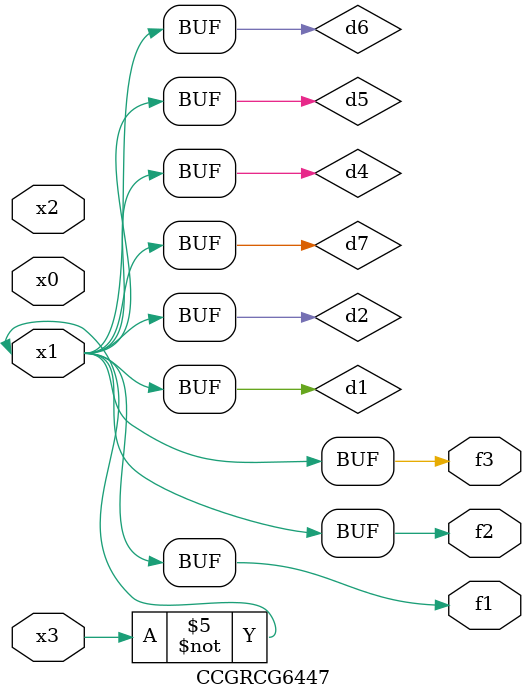
<source format=v>
module CCGRCG6447(
	input x0, x1, x2, x3,
	output f1, f2, f3
);

	wire d1, d2, d3, d4, d5, d6, d7;

	not (d1, x3);
	buf (d2, x1);
	xnor (d3, d1, d2);
	nor (d4, d1);
	buf (d5, d1, d2);
	buf (d6, d4, d5);
	nand (d7, d4);
	assign f1 = d6;
	assign f2 = d7;
	assign f3 = d6;
endmodule

</source>
